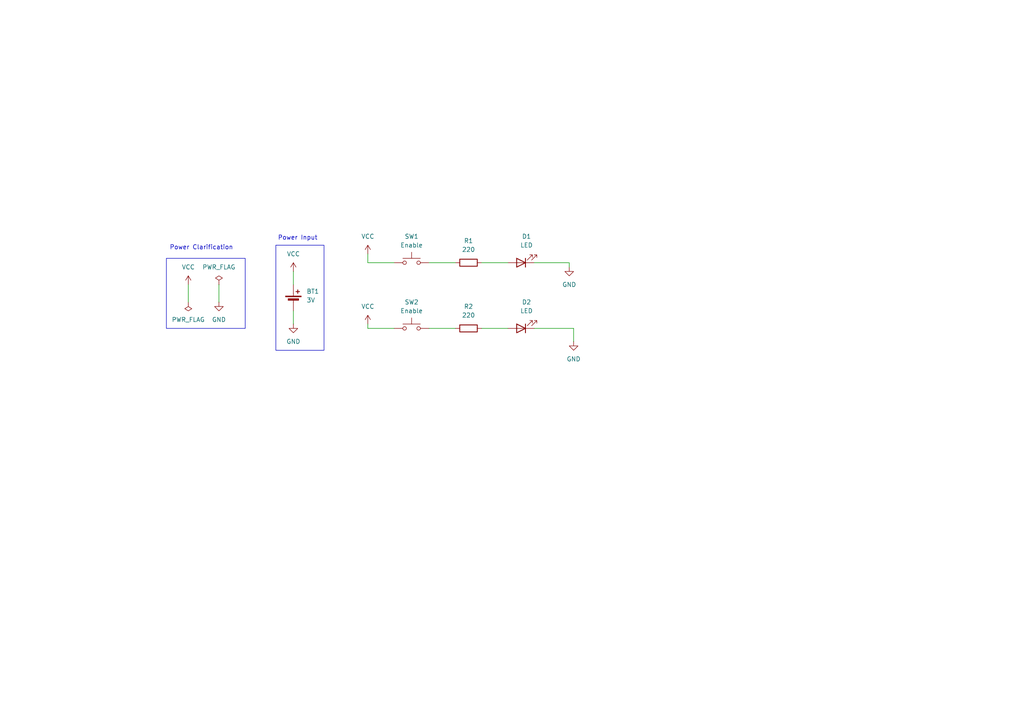
<source format=kicad_sch>
(kicad_sch (version 20231120) (generator "eeschema") (generator_version "8.0")
  (paper "A4")
  (lib_symbols
    (symbol "Device:Battery_Cell" (pin_numbers hide) (pin_names (offset 0) hide)
      (property "Reference" "BT" (at 2.54 2.54 0))
      (property "Value" "Battery_Cell" (at 2.54 0 0))
      (symbol "Battery_Cell_0_1"
        (rectangle (start -2.286 1.778) (end 2.286 1.524) (fill (type outline)))
        (rectangle (start -1.524 1.016) (end 1.524 0.508) (fill (type outline)))
        (polyline (pts (xy 0 0.762) (xy 0 0)))
        (polyline (pts (xy 0 1.778) (xy 0 2.54)))
        (polyline (pts (xy 0.762 3.048) (xy 1.778 3.048)) (stroke (width 0.254)))
        (polyline (pts (xy 1.27 3.556) (xy 1.27 2.54)) (stroke (width 0.254)))
      )
      (symbol "Battery_Cell_1_1"
        (pin passive line (at 0 5.08 270) (length 2.54) (name "+") (number "1"))
        (pin passive line (at 0 -2.54 90) (length 2.54) (name "-") (number "2"))
      )
    )
    (symbol "Device:LED" (pin_numbers hide) (pin_names (offset 1.016) hide)
      (property "Reference" "D" (at 0 2.54 0))
      (property "Value" "LED" (at 0 -2.54 0))
      (symbol "LED_0_1"
        (polyline (pts (xy -1.27 -1.27) (xy -1.27 1.27)) (stroke (width 0.254)))
        (polyline (pts (xy -1.27 0) (xy 1.27 0)))
        (polyline (pts (xy 1.27 -1.27) (xy 1.27 1.27) (xy -1.27 0) (xy 1.27 -1.27)) (stroke (width 0.254)))
        (polyline (pts (xy -3.048 -0.762) (xy -4.572 -2.286) (xy -3.81 -2.286) (xy -4.572 -2.286) (xy -4.572 -1.524)))
        (polyline (pts (xy -1.778 -0.762) (xy -3.302 -2.286) (xy -2.54 -2.286) (xy -3.302 -2.286) (xy -3.302 -1.524)))
      )
      (symbol "LED_1_1"
        (pin passive line (at -3.81 0 0) (length 2.54) (name "K") (number "1"))
        (pin passive line (at 3.81 0 180) (length 2.54) (name "A") (number "2"))
      )
    )
    (symbol "Device:R" (pin_numbers hide) (pin_names (offset 0))
      (property "Reference" "R" (at 2.032 0 90))
      (property "Value" "R" (at 0 0 90))
      (symbol "R_0_1"
        (rectangle (start -1.016 -2.54) (end 1.016 2.54) (stroke (width 0.254)))
      )
      (symbol "R_1_1"
        (pin passive line (at 0 3.81 270) (length 1.27) (name "~") (number "1"))
        (pin passive line (at 0 -3.81 90) (length 1.27) (name "~") (number "2"))
      )
    )
    (symbol "Switch:SW_Push" (pin_numbers hide) (pin_names (offset 1.016) hide)
      (property "Reference" "SW" (at 1.27 2.54 0))
      (property "Value" "SW_Push" (at 0 -1.524 0))
      (symbol "SW_Push_0_1"
        (circle (center -2.032 0) (radius 0.508))
        (polyline (pts (xy 0 1.27) (xy 0 3.048)))
        (polyline (pts (xy 2.54 1.27) (xy -2.54 1.27)))
        (circle (center 2.032 0) (radius 0.508))
        (pin passive line (at -5.08 0 0) (length 2.54) (name "1") (number "1"))
        (pin passive line (at 5.08 0 180) (length 2.54) (name "2") (number "2"))
      )
    )
    (symbol "power:GND" (power) (pin_numbers hide) (pin_names (offset 0) hide)
      (property "Value" "GND" (at 0 -3.81 0))
      (symbol "GND_0_1"
        (polyline (pts (xy 0 0) (xy 0 -1.27) (xy 1.27 -1.27) (xy 0 -2.54) (xy -1.27 -1.27) (xy 0 -1.27)))
      )
      (symbol "GND_1_1"
        (pin power_in line (at 0 0 270) (length 0) (name "~") (number "1"))
      )
    )
    (symbol "power:PWR_FLAG" (power) (pin_numbers hide) (pin_names (offset 0) hide)
      (property "Value" "PWR_FLAG" (at 0 3.81 0))
      (symbol "PWR_FLAG_0_0"
        (pin power_out line (at 0 0 90) (length 0) (name "~") (number "1"))
      )
      (symbol "PWR_FLAG_0_1"
        (polyline (pts (xy 0 0) (xy 0 1.27) (xy -1.016 1.905) (xy 0 2.54) (xy 1.016 1.905) (xy 0 1.27)))
      )
    )
    (symbol "power:VCC" (power) (pin_numbers hide) (pin_names (offset 0) hide)
      (property "Value" "VCC" (at 0 3.556 0))
      (symbol "VCC_0_1"
        (polyline (pts (xy -0.762 1.27) (xy 0 2.54)))
        (polyline (pts (xy 0 0) (xy 0 2.54)))
        (polyline (pts (xy 0 2.54) (xy 0.762 1.27)))
      )
      (symbol "VCC_1_1"
        (pin power_in line (at 0 0 90) (length 0) (name "~") (number "1"))
      )
    )
  )
  (wire (pts (xy 63.5 82.55) (xy 63.5 87.63)))
  (wire (pts (xy 154.94 95.25) (xy 166.37 95.25)))
  (wire (pts (xy 106.68 95.25) (xy 114.3 95.25)))
  (wire (pts (xy 106.68 76.2) (xy 114.3 76.2)))
  (wire (pts (xy 124.46 76.2) (xy 132.08 76.2)))
  (wire (pts (xy 85.09 90.17) (xy 85.09 93.98)))
  (wire (pts (xy 85.09 78.74) (xy 85.09 82.55)))
  (wire (pts (xy 139.7 95.25) (xy 147.32 95.25)))
  (wire (pts (xy 165.1 76.2) (xy 165.1 77.47)))
  (wire (pts (xy 106.68 73.66) (xy 106.68 76.2)))
  (wire (pts (xy 124.46 95.25) (xy 132.08 95.25)))
  (wire (pts (xy 166.37 95.25) (xy 166.37 99.06)))
  (wire (pts (xy 139.7 76.2) (xy 147.32 76.2)))
  (wire (pts (xy 154.94 76.2) (xy 165.1 76.2)))
  (wire (pts (xy 54.61 82.55) (xy 54.61 87.63)))
  (wire (pts (xy 106.68 93.98) (xy 106.68 95.25)))
  (rectangle (start 80.01 71.12) (end 93.98 101.6))
  (rectangle (start 48.26 74.93) (end 71.12 95.25))
  (text "Power Clarification" (at 58.42 71.882 0) (effects (font (size 1.27 1.27))))
  (text "Power Input" (at 86.36 69.088 0) (effects (font (size 1.27 1.27))))
  (symbol (lib_id "Device:Battery_Cell") (at 85.09 87.63 0) (unit 1)
    (property "Reference" "BT1" (at 88.9 84.5184 0) (effects (justify left)))
    (property "Value" "3V" (at 88.9 87.0584 0) (effects (justify left)))
    (property "Footprint" "Battery:BatteryHolder_Keystone_103_1x20mm" (effects (hide yes)))
    (property "Description" "Single-cell battery" (effects (hide yes)))
  )
  (symbol (lib_id "Device:LED") (at 151.13 95.25 180) (unit 1)
    (property "Reference" "D2" (at 152.7175 87.63 0))
    (property "Value" "LED" (at 152.7175 90.17 0))
    (property "Footprint" "LED_THT:LED_D5.0mm_Clear" (effects (hide yes)))
    (property "Description" "Light emitting diode" (effects (hide yes)))
  )
  (symbol (lib_id "power:PWR_FLAG") (at 54.61 87.63 180) (unit 1)
    (property "Reference" "#FLG02" (effects (hide yes)))
    (property "Value" "PWR_FLAG" (at 54.61 92.71 0))
    (property "Description" "Special symbol for telling ERC where power comes from" (effects (hide yes)))
  )
  (symbol (lib_id "Device:LED") (at 151.13 76.2 180) (unit 1)
    (property "Reference" "D1" (at 152.7175 68.58 0))
    (property "Value" "LED" (at 152.7175 71.12 0))
    (property "Footprint" "LED_THT:LED_D5.0mm_Clear" (effects (hide yes)))
    (property "Description" "Light emitting diode" (effects (hide yes)))
  )
  (symbol (lib_id "power:VCC") (at 106.68 93.98 0) (unit 1)
    (property "Reference" "#PWR06" (effects (hide yes)))
    (property "Value" "VCC" (at 106.68 88.9 0))
    (property "Description" "Power symbol creates a global label with name \"VCC\"" (effects (hide yes)))
  )
  (symbol (lib_id "Device:R") (at 135.89 95.25 90) (unit 1)
    (property "Reference" "R2" (at 135.89 88.9 90))
    (property "Value" "220" (at 135.89 91.44 90))
    (property "Footprint" "Resistor_THT:R_Axial_DIN0207_L6.3mm_D2.5mm_P10.16mm_Horizontal" (effects (hide yes)))
    (property "Description" "Resistor" (effects (hide yes)))
  )
  (symbol (lib_id "power:GND") (at 166.37 99.06 0) (unit 1)
    (property "Reference" "#PWR08" (effects (hide yes)))
    (property "Value" "GND" (at 166.37 104.14 0))
    (property "Description" "Power symbol creates a global label with name \"GND\" , ground" (effects (hide yes)))
  )
  (symbol (lib_id "power:VCC") (at 85.09 78.74 0) (unit 1)
    (property "Reference" "#PWR03" (effects (hide yes)))
    (property "Value" "VCC" (at 85.09 73.66 0))
    (property "Description" "Power symbol creates a global label with name \"VCC\"" (effects (hide yes)))
  )
  (symbol (lib_id "Switch:SW_Push") (at 119.38 95.25 0) (unit 1)
    (property "Reference" "SW2" (at 119.38 87.63 0))
    (property "Value" "Enable" (at 119.38 90.17 0))
    (property "Footprint" "Button_Switch_THT:SW_PUSH_6mm_H5mm" (effects (hide yes)))
    (property "Description" "Push button switch, generic, two pins" (effects (hide yes)))
  )
  (symbol (lib_id "power:GND") (at 63.5 87.63 0) (unit 1)
    (property "Reference" "#PWR02" (effects (hide yes)))
    (property "Value" "GND" (at 63.5 92.71 0))
    (property "Description" "Power symbol creates a global label with name \"GND\" , ground" (effects (hide yes)))
  )
  (symbol (lib_id "power:PWR_FLAG") (at 63.5 82.55 0) (unit 1)
    (property "Reference" "#FLG01" (effects (hide yes)))
    (property "Value" "PWR_FLAG" (at 63.5 77.47 0))
    (property "Description" "Special symbol for telling ERC where power comes from" (effects (hide yes)))
  )
  (symbol (lib_id "Switch:SW_Push") (at 119.38 76.2 0) (unit 1)
    (property "Reference" "SW1" (at 119.38 68.58 0))
    (property "Value" "Enable" (at 119.38 71.12 0))
    (property "Footprint" "Button_Switch_THT:SW_PUSH_6mm_H5mm" (effects (hide yes)))
    (property "Description" "Push button switch, generic, two pins" (effects (hide yes)))
  )
  (symbol (lib_id "power:VCC") (at 54.61 82.55 0) (unit 1)
    (property "Reference" "#PWR01" (effects (hide yes)))
    (property "Value" "VCC" (at 54.61 77.47 0))
    (property "Description" "Power symbol creates a global label with name \"VCC\"" (effects (hide yes)))
  )
  (symbol (lib_id "power:GND") (at 85.09 93.98 0) (unit 1)
    (property "Reference" "#PWR04" (effects (hide yes)))
    (property "Value" "GND" (at 85.09 99.06 0))
    (property "Description" "Power symbol creates a global label with name \"GND\" , ground" (effects (hide yes)))
  )
  (symbol (lib_id "power:VCC") (at 106.68 73.66 0) (unit 1)
    (property "Reference" "#PWR05" (effects (hide yes)))
    (property "Value" "VCC" (at 106.68 68.58 0))
    (property "Description" "Power symbol creates a global label with name \"VCC\"" (effects (hide yes)))
  )
  (symbol (lib_id "Device:R") (at 135.89 76.2 90) (unit 1)
    (property "Reference" "R1" (at 135.89 69.85 90))
    (property "Value" "220" (at 135.89 72.39 90))
    (property "Footprint" "Resistor_THT:R_Axial_DIN0207_L6.3mm_D2.5mm_P10.16mm_Horizontal" (effects (hide yes)))
    (property "Description" "Resistor" (effects (hide yes)))
  )
  (symbol (lib_id "power:GND") (at 165.1 77.47 0) (unit 1)
    (property "Reference" "#PWR07" (effects (hide yes)))
    (property "Value" "GND" (at 165.1 82.55 0))
    (property "Description" "Power symbol creates a global label with name \"GND\" , ground" (effects (hide yes)))
  )
)
</source>
